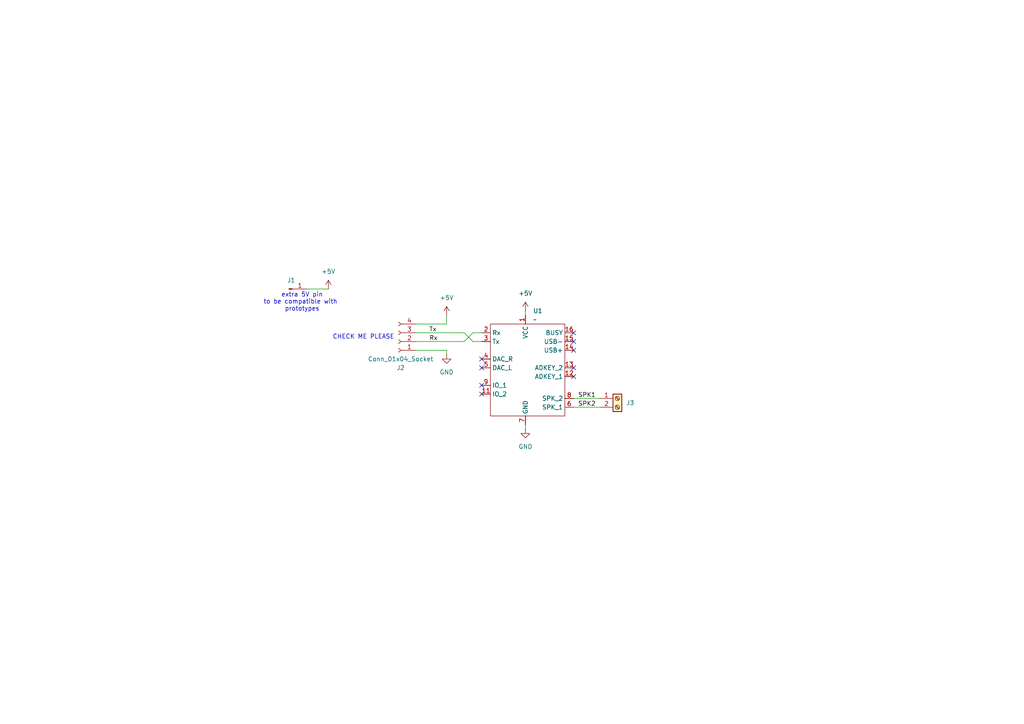
<source format=kicad_sch>
(kicad_sch (version 20231120) (generator "eeschema") (generator_version "8.0")
  (paper "A4")
  (lib_symbols
    (symbol "Connector:Conn_01x01_Pin" (pin_names (offset 1.016) hide)
      (property "Reference" "J" (at 0 2.54 0))
      (property "Value" "Conn_01x01_Pin" (at 0 -2.54 0))
      (symbol "Conn_01x01_Pin_1_1"
        (polyline (pts (xy 1.27 0) (xy 0.8636 0)) (stroke (width 0.1524)))
        (rectangle (start 0.8636 0.127) (end 0 -0.127) (stroke (width 0.1524)) (fill (type outline)))
        (pin passive line (at 5.08 0 180) (length 3.81) (name "Pin_1") (number "1"))
      )
    )
    (symbol "Connector:Conn_01x04_Socket" (pin_names (offset 1.016) hide)
      (property "Reference" "J" (at 0 5.08 0))
      (property "Value" "Conn_01x04_Socket" (at 0 -7.62 0))
      (symbol "Conn_01x04_Socket_1_1"
        (arc (start 0 -4.572) (mid -0.5058 -5.08) (end 0 -5.588) (stroke (width 0.1524)))
        (arc (start 0 -2.032) (mid -0.5058 -2.54) (end 0 -3.048) (stroke (width 0.1524)))
        (polyline (pts (xy -1.27 -5.08) (xy -0.508 -5.08)) (stroke (width 0.1524)))
        (polyline (pts (xy -1.27 -2.54) (xy -0.508 -2.54)) (stroke (width 0.1524)))
        (polyline (pts (xy -1.27 0) (xy -0.508 0)) (stroke (width 0.1524)))
        (polyline (pts (xy -1.27 2.54) (xy -0.508 2.54)) (stroke (width 0.1524)))
        (arc (start 0 0.508) (mid -0.5058 0) (end 0 -0.508) (stroke (width 0.1524)))
        (arc (start 0 3.048) (mid -0.5058 2.54) (end 0 2.032) (stroke (width 0.1524)))
        (pin passive line (at -5.08 2.54 0) (length 3.81) (name "Pin_1") (number "1"))
        (pin passive line (at -5.08 0 0) (length 3.81) (name "Pin_2") (number "2"))
        (pin passive line (at -5.08 -2.54 0) (length 3.81) (name "Pin_3") (number "3"))
        (pin passive line (at -5.08 -5.08 0) (length 3.81) (name "Pin_4") (number "4"))
      )
    )
    (symbol "Connector:Screw_Terminal_01x02" (pin_names (offset 1.016) hide)
      (property "Reference" "J" (at 0 2.54 0))
      (property "Value" "Screw_Terminal_01x02" (at 0 -5.08 0))
      (symbol "Screw_Terminal_01x02_1_1"
        (rectangle (start -1.27 1.27) (end 1.27 -3.81) (stroke (width 0.254)) (fill (type background)))
        (circle (center 0 -2.54) (radius 0.635) (stroke (width 0.1524)))
        (polyline (pts (xy -0.5334 -2.2098) (xy 0.3302 -3.048)) (stroke (width 0.1524)))
        (polyline (pts (xy -0.5334 0.3302) (xy 0.3302 -0.508)) (stroke (width 0.1524)))
        (polyline (pts (xy -0.3556 -2.032) (xy 0.508 -2.8702)) (stroke (width 0.1524)))
        (polyline (pts (xy -0.3556 0.508) (xy 0.508 -0.3302)) (stroke (width 0.1524)))
        (circle (center 0 0) (radius 0.635) (stroke (width 0.1524)))
        (pin passive line (at -5.08 0 0) (length 3.81) (name "Pin_1") (number "1"))
        (pin passive line (at -5.08 -2.54 0) (length 3.81) (name "Pin_2") (number "2"))
      )
    )
    (symbol "custom_kicad_lib_sk:DFPlayer"
      (property "Reference" "U" (at 0 0 0))
      (symbol "DFPlayer_0_1"
        (rectangle (start -10.16 12.7) (end 11.43 -13.97))
      )
      (symbol "DFPlayer_1_1"
        (pin power_in line (at 0 15.24 270) (length 2.54) (name "VCC") (number "1"))
        (pin passive line (at 0 -16.51 90) (length 2.54) hide (name "GND") (number "10"))
        (pin passive line (at -12.7 -7.62 0) (length 2.54) (name "IO_2") (number "11"))
        (pin passive line (at 13.97 -2.54 180) (length 2.54) (name "ADKEY_1") (number "12"))
        (pin passive line (at 13.97 0 180) (length 2.54) (name "ADKEY_2") (number "13"))
        (pin passive line (at 13.97 5.08 180) (length 2.54) (name "USB+") (number "14"))
        (pin passive line (at 13.97 7.62 180) (length 2.54) (name "USB-") (number "15"))
        (pin passive line (at 13.97 10.16 180) (length 2.54) (name "BUSY") (number "16"))
        (pin passive line (at -12.7 10.16 0) (length 2.54) (name "Rx") (number "2"))
        (pin passive line (at -12.7 7.62 0) (length 2.54) (name "Tx") (number "3"))
        (pin passive line (at -12.7 2.54 0) (length 2.54) (name "DAC_R") (number "4"))
        (pin passive line (at -12.7 0 0) (length 2.54) (name "DAC_L") (number "5"))
        (pin passive line (at 13.97 -11.43 180) (length 2.54) (name "SPK_1") (number "6"))
        (pin power_in line (at 0 -16.51 90) (length 2.54) (name "GND") (number "7"))
        (pin passive line (at 13.97 -8.89 180) (length 2.54) (name "SPK_2") (number "8"))
        (pin input line (at -12.7 -5.08 0) (length 2.54) (name "IO_1") (number "9"))
      )
    )
    (symbol "power:+5V" (power) (pin_numbers hide) (pin_names (offset 0) hide)
      (property "Value" "+5V" (at 0 3.556 0))
      (symbol "+5V_0_1"
        (polyline (pts (xy -0.762 1.27) (xy 0 2.54)))
        (polyline (pts (xy 0 0) (xy 0 2.54)))
        (polyline (pts (xy 0 2.54) (xy 0.762 1.27)))
      )
      (symbol "+5V_1_1"
        (pin power_in line (at 0 0 90) (length 0) (name "~") (number "1"))
      )
    )
    (symbol "power:GND" (power) (pin_numbers hide) (pin_names (offset 0) hide)
      (property "Value" "GND" (at 0 -3.81 0))
      (symbol "GND_0_1"
        (polyline (pts (xy 0 0) (xy 0 -1.27) (xy 1.27 -1.27) (xy 0 -2.54) (xy -1.27 -1.27) (xy 0 -1.27)))
      )
      (symbol "GND_1_1"
        (pin power_in line (at 0 0 270) (length 0) (name "~") (number "1"))
      )
    )
  )
  (no_connect (at 139.7 114.3))
  (no_connect (at 166.37 109.22))
  (no_connect (at 139.7 111.76))
  (no_connect (at 166.37 99.06))
  (no_connect (at 166.37 106.68))
  (no_connect (at 166.37 96.52))
  (no_connect (at 139.7 106.68))
  (no_connect (at 139.7 104.14))
  (no_connect (at 166.37 101.6))
  (wire (pts (xy 129.54 93.98) (xy 129.54 91.44)))
  (wire (pts (xy 152.4 123.19) (xy 152.4 124.46)))
  (wire (pts (xy 166.37 115.57) (xy 173.99 115.57)))
  (wire (pts (xy 120.65 96.52) (xy 134.62 96.52)))
  (wire (pts (xy 88.9 83.82) (xy 95.25 83.82)))
  (wire (pts (xy 134.62 96.52) (xy 137.16 99.06)))
  (wire (pts (xy 137.16 99.06) (xy 139.7 99.06)))
  (wire (pts (xy 137.16 96.52) (xy 134.62 99.06)))
  (wire (pts (xy 120.65 93.98) (xy 129.54 93.98)))
  (wire (pts (xy 120.65 99.06) (xy 134.62 99.06)))
  (wire (pts (xy 129.54 101.6) (xy 129.54 102.87)))
  (wire (pts (xy 120.65 101.6) (xy 129.54 101.6)))
  (wire (pts (xy 166.37 118.11) (xy 173.99 118.11)))
  (wire (pts (xy 137.16 96.52) (xy 139.7 96.52)))
  (wire (pts (xy 152.4 90.17) (xy 152.4 91.44)))
  (text "CHECK ME PLEASE" (at 105.41 97.79 0) (effects (font (size 1.27 1.27))))
  (text "extra 5V pin\nto be compatible with \nprototypes\n" (at 87.63 87.63 0) (effects (font (size 1.27 1.27))))
  (label "SPK2" (at 167.64 118.11 0))
  (label "Tx" (at 124.46 96.52 0))
  (label "SPK1" (at 167.64 115.57 0))
  (label "Rx" (at 124.46 99.06 0))
  (symbol (lib_id "Connector:Conn_01x04_Socket") (at 115.57 99.06 180) (unit 1)
    (property "Reference" "J2" (at 116.205 106.68 0))
    (property "Value" "Conn_01x04_Socket" (at 116.205 104.14 0))
    (property "Footprint" "Connector_PinSocket_2.54mm:PinSocket_1x04_P2.54mm_Horizontal" (effects (hide yes)))
    (property "Description" "Generic connector, single row, 01x04, script generated" (effects (hide yes)))
  )
  (symbol (lib_id "power:GND") (at 129.54 102.87 0) (unit 1)
    (property "Reference" "#PWR04" (effects (hide yes)))
    (property "Value" "GND" (at 129.54 107.95 0))
    (property "Description" "Power symbol creates a global label with name \"GND\" , ground" (effects (hide yes)))
  )
  (symbol (lib_id "power:+5V") (at 152.4 90.17 0) (unit 1)
    (property "Reference" "#PWR01" (effects (hide yes)))
    (property "Value" "+5V" (at 152.4 85.09 0))
    (property "Description" "Power symbol creates a global label with name \"+5V\"" (effects (hide yes)))
  )
  (symbol (lib_id "custom_kicad_lib_sk:DFPlayer") (at 152.4 106.68 0) (unit 1)
    (property "Reference" "U1" (at 154.5941 90.17 0) (effects (justify left)))
    (property "Value" "~" (at 154.5941 92.71 0) (effects (justify left)))
    (property "Footprint" "custom_kicad_lib_sk:DFPlayer" (effects (hide yes)))
  )
  (symbol (lib_id "Connector:Screw_Terminal_01x02") (at 179.07 115.57 0) (unit 1)
    (property "Reference" "J3" (at 181.61 116.8399 0) (effects (justify left)))
    (property "Value" "Screw_Terminal_01x02" (effects (hide yes)))
    (property "Footprint" "Connector_Phoenix_MC:PhoenixContact_MC_1,5_2-G-3.5_1x02_P3.50mm_Horizontal" (effects (hide yes)))
    (property "Description" "Generic screw terminal, single row, 01x02, script generated (kicad-library-utils/schlib/autogen/connector/)" (effects (hide yes)))
  )
  (symbol (lib_id "power:+5V") (at 129.54 91.44 0) (unit 1)
    (property "Reference" "#PWR03" (effects (hide yes)))
    (property "Value" "+5V" (at 129.54 86.36 0))
    (property "Description" "Power symbol creates a global label with name \"+5V\"" (effects (hide yes)))
  )
  (symbol (lib_id "power:+5V") (at 95.25 83.82 0) (unit 1)
    (property "Reference" "#PWR05" (effects (hide yes)))
    (property "Value" "+5V" (at 95.25 78.74 0))
    (property "Description" "Power symbol creates a global label with name \"+5V\"" (effects (hide yes)))
  )
  (symbol (lib_id "Connector:Conn_01x01_Pin") (at 83.82 83.82 0) (unit 1)
    (property "Reference" "J1" (at 84.455 81.28 0))
    (property "Value" "Conn_01x01_Pin" (effects (hide yes)))
    (property "Footprint" "Connector_PinHeader_2.54mm:PinHeader_1x01_P2.54mm_Vertical" (effects (hide yes)))
    (property "Description" "Generic connector, single row, 01x01, script generated" (effects (hide yes)))
  )
  (symbol (lib_id "power:GND") (at 152.4 124.46 0) (unit 1)
    (property "Reference" "#PWR02" (effects (hide yes)))
    (property "Value" "GND" (at 152.4 129.54 0))
    (property "Description" "Power symbol creates a global label with name \"GND\" , ground" (effects (hide yes)))
  )
)
</source>
